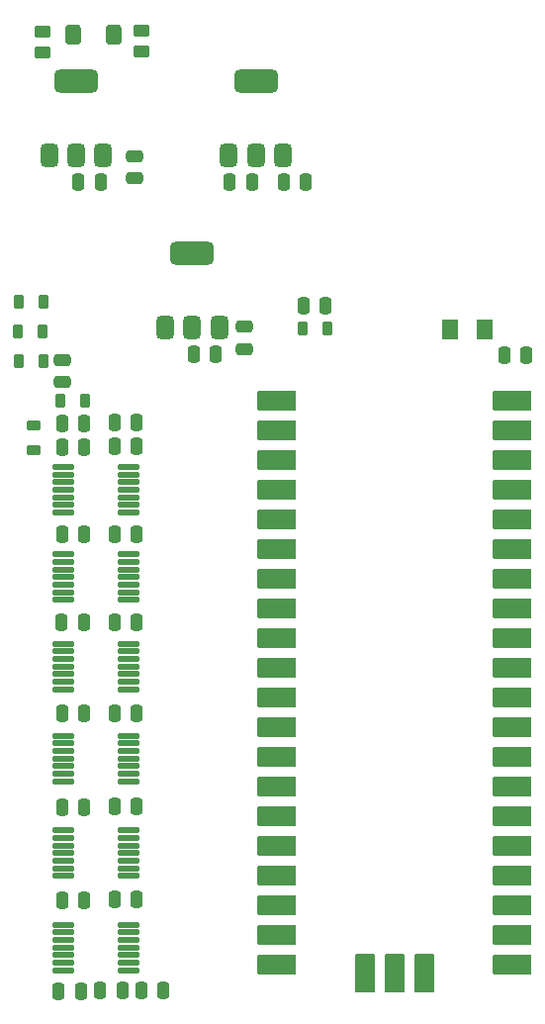
<source format=gbr>
%TF.GenerationSoftware,KiCad,Pcbnew,9.0.5*%
%TF.CreationDate,2025-10-18T12:32:36+02:00*%
%TF.ProjectId,LogicAnalyzer V6.0,4c6f6769-6341-46e6-916c-797a65722056,rev?*%
%TF.SameCoordinates,Original*%
%TF.FileFunction,Paste,Top*%
%TF.FilePolarity,Positive*%
%FSLAX46Y46*%
G04 Gerber Fmt 4.6, Leading zero omitted, Abs format (unit mm)*
G04 Created by KiCad (PCBNEW 9.0.5) date 2025-10-18 12:32:36*
%MOMM*%
%LPD*%
G01*
G04 APERTURE LIST*
G04 Aperture macros list*
%AMRoundRect*
0 Rectangle with rounded corners*
0 $1 Rounding radius*
0 $2 $3 $4 $5 $6 $7 $8 $9 X,Y pos of 4 corners*
0 Add a 4 corners polygon primitive as box body*
4,1,4,$2,$3,$4,$5,$6,$7,$8,$9,$2,$3,0*
0 Add four circle primitives for the rounded corners*
1,1,$1+$1,$2,$3*
1,1,$1+$1,$4,$5*
1,1,$1+$1,$6,$7*
1,1,$1+$1,$8,$9*
0 Add four rect primitives between the rounded corners*
20,1,$1+$1,$2,$3,$4,$5,0*
20,1,$1+$1,$4,$5,$6,$7,0*
20,1,$1+$1,$6,$7,$8,$9,0*
20,1,$1+$1,$8,$9,$2,$3,0*%
G04 Aperture macros list end*
%ADD10RoundRect,0.375000X0.375000X-0.625000X0.375000X0.625000X-0.375000X0.625000X-0.375000X-0.625000X0*%
%ADD11RoundRect,0.500000X1.400000X-0.500000X1.400000X0.500000X-1.400000X0.500000X-1.400000X-0.500000X0*%
%ADD12RoundRect,0.051000X-0.850000X0.200000X-0.850000X-0.200000X0.850000X-0.200000X0.850000X0.200000X0*%
%ADD13RoundRect,0.250001X0.462499X0.624999X-0.462499X0.624999X-0.462499X-0.624999X0.462499X-0.624999X0*%
%ADD14RoundRect,0.250000X-0.250000X-0.475000X0.250000X-0.475000X0.250000X0.475000X-0.250000X0.475000X0*%
%ADD15RoundRect,0.250000X0.250000X0.475000X-0.250000X0.475000X-0.250000X-0.475000X0.250000X-0.475000X0*%
%ADD16RoundRect,0.218750X0.218750X0.381250X-0.218750X0.381250X-0.218750X-0.381250X0.218750X-0.381250X0*%
%ADD17RoundRect,0.250000X-0.450000X0.262500X-0.450000X-0.262500X0.450000X-0.262500X0.450000X0.262500X0*%
%ADD18RoundRect,0.051000X-1.600000X0.800000X-1.600000X-0.800000X1.600000X-0.800000X1.600000X0.800000X0*%
%ADD19RoundRect,0.051000X-0.800000X-1.600000X0.800000X-1.600000X0.800000X1.600000X-0.800000X1.600000X0*%
%ADD20RoundRect,0.250000X-0.400000X-0.600000X0.400000X-0.600000X0.400000X0.600000X-0.400000X0.600000X0*%
%ADD21RoundRect,0.218750X0.381250X-0.218750X0.381250X0.218750X-0.381250X0.218750X-0.381250X-0.218750X0*%
%ADD22RoundRect,0.250000X0.475000X-0.250000X0.475000X0.250000X-0.475000X0.250000X-0.475000X-0.250000X0*%
%ADD23RoundRect,0.250000X-0.475000X0.250000X-0.475000X-0.250000X0.475000X-0.250000X0.475000X0.250000X0*%
%ADD24RoundRect,0.250000X0.450000X-0.262500X0.450000X0.262500X-0.450000X0.262500X-0.450000X-0.262500X0*%
G04 APERTURE END LIST*
D10*
%TO.C,U13*%
X130917500Y-82870000D03*
X133217500Y-82870000D03*
D11*
X133217500Y-76570000D03*
D10*
X135517500Y-82870000D03*
%TD*%
D12*
%TO.C,U5*%
X122200000Y-117847500D03*
X122200000Y-118497500D03*
X122200000Y-119147500D03*
X122200000Y-119797500D03*
X122200000Y-120447500D03*
X122200000Y-121097500D03*
X122200000Y-121747500D03*
X127800000Y-121747500D03*
X127800000Y-121097500D03*
X127800000Y-120447500D03*
X127800000Y-119797500D03*
X127800000Y-119147500D03*
X127800000Y-118497500D03*
X127800000Y-117847500D03*
%TD*%
D13*
%TO.C,F1*%
X158257500Y-83070000D03*
X155282500Y-83070000D03*
%TD*%
D14*
%TO.C,C2*%
X122040000Y-108140000D03*
X123940000Y-108140000D03*
%TD*%
D15*
%TO.C,C17*%
X144630000Y-81080000D03*
X142730000Y-81080000D03*
%TD*%
D16*
%TO.C,FB3*%
X120462500Y-80680000D03*
X118337500Y-80680000D03*
%TD*%
D15*
%TO.C,C27*%
X130760000Y-139670000D03*
X128860000Y-139670000D03*
%TD*%
%TO.C,C15*%
X142940000Y-70420000D03*
X141040000Y-70420000D03*
%TD*%
D10*
%TO.C,U11*%
X120970000Y-68150000D03*
X123270000Y-68150000D03*
D11*
X123270000Y-61850000D03*
D10*
X125570000Y-68150000D03*
%TD*%
D17*
%TO.C,R2*%
X128890000Y-57497500D03*
X128890000Y-59322500D03*
%TD*%
D18*
%TO.C,U7*%
X140425000Y-89133000D03*
X140425000Y-91673000D03*
X140425000Y-94213000D03*
X140425000Y-96753000D03*
X140425000Y-99293000D03*
X140425000Y-101833000D03*
X140425000Y-104373000D03*
X140425000Y-106913000D03*
X140425000Y-109453000D03*
X140425000Y-111993000D03*
X140425000Y-114533000D03*
X140425000Y-117073000D03*
X140425000Y-119613000D03*
X140425000Y-122153000D03*
X140425000Y-124693000D03*
X140425000Y-127233000D03*
X140425000Y-129773000D03*
X140425000Y-132313000D03*
X140425000Y-134853000D03*
X140425000Y-137393000D03*
X160600000Y-137393000D03*
X160600000Y-134853000D03*
X160600000Y-132313000D03*
X160600000Y-129773000D03*
X160600000Y-127233000D03*
X160600000Y-124693000D03*
X160600000Y-122153000D03*
X160600000Y-119613000D03*
X160600000Y-117073000D03*
X160600000Y-114533000D03*
X160600000Y-111993000D03*
X160600000Y-109453000D03*
X160600000Y-106913000D03*
X160600000Y-104373000D03*
X160600000Y-101833000D03*
X160600000Y-99293000D03*
X160600000Y-96753000D03*
X160600000Y-94213000D03*
X160600000Y-91673000D03*
X160600000Y-89133000D03*
D19*
X147973000Y-138193000D03*
X150513000Y-138193000D03*
X153053000Y-138193000D03*
%TD*%
D15*
%TO.C,C7*%
X127250000Y-139670000D03*
X125350000Y-139670000D03*
%TD*%
%TO.C,C8*%
X128450000Y-131850000D03*
X126550000Y-131850000D03*
%TD*%
D14*
%TO.C,C6*%
X122050000Y-123940000D03*
X123950000Y-123940000D03*
%TD*%
%TO.C,C3*%
X122050000Y-115890000D03*
X123950000Y-115890000D03*
%TD*%
%TO.C,C1*%
X122050000Y-100580000D03*
X123950000Y-100580000D03*
%TD*%
D15*
%TO.C,C18*%
X135250000Y-85230000D03*
X133350000Y-85230000D03*
%TD*%
D14*
%TO.C,C16*%
X136410000Y-70460000D03*
X138310000Y-70460000D03*
%TD*%
D12*
%TO.C,U1*%
X122200000Y-94837500D03*
X122200000Y-95487500D03*
X122200000Y-96137500D03*
X122200000Y-96787500D03*
X122200000Y-97437500D03*
X122200000Y-98087500D03*
X122200000Y-98737500D03*
X127800000Y-98737500D03*
X127800000Y-98087500D03*
X127800000Y-97437500D03*
X127800000Y-96787500D03*
X127800000Y-96137500D03*
X127800000Y-95487500D03*
X127800000Y-94837500D03*
%TD*%
D20*
%TO.C,D1*%
X123030000Y-57860000D03*
X126530000Y-57860000D03*
%TD*%
D12*
%TO.C,U3*%
X122200000Y-125939000D03*
X122200000Y-126589000D03*
X122200000Y-127239000D03*
X122200000Y-127889000D03*
X122200000Y-128539000D03*
X122200000Y-129189000D03*
X122200000Y-129839000D03*
X127800000Y-129839000D03*
X127800000Y-129189000D03*
X127800000Y-128539000D03*
X127800000Y-127889000D03*
X127800000Y-127239000D03*
X127800000Y-126589000D03*
X127800000Y-125939000D03*
%TD*%
D15*
%TO.C,C11*%
X128450000Y-123900000D03*
X126550000Y-123900000D03*
%TD*%
D21*
%TO.C,FB5*%
X119630000Y-93382500D03*
X119630000Y-91257500D03*
%TD*%
D16*
%TO.C,FB1*%
X120462500Y-85780000D03*
X118337500Y-85780000D03*
%TD*%
D12*
%TO.C,U6*%
X122200000Y-109977500D03*
X122200000Y-110627500D03*
X122200000Y-111277500D03*
X122200000Y-111927500D03*
X122200000Y-112577500D03*
X122200000Y-113227500D03*
X122200000Y-113877500D03*
X127800000Y-113877500D03*
X127800000Y-113227500D03*
X127800000Y-112577500D03*
X127800000Y-111927500D03*
X127800000Y-111277500D03*
X127800000Y-110627500D03*
X127800000Y-109977500D03*
%TD*%
D15*
%TO.C,C37*%
X123950000Y-91120000D03*
X122050000Y-91120000D03*
%TD*%
%TO.C,C38*%
X123670000Y-139700000D03*
X121770000Y-139700000D03*
%TD*%
D22*
%TO.C,C26*%
X122130000Y-87600000D03*
X122130000Y-85700000D03*
%TD*%
D16*
%TO.C,FB4*%
X144792500Y-83000000D03*
X142667500Y-83000000D03*
%TD*%
D14*
%TO.C,C28*%
X126550000Y-91050000D03*
X128450000Y-91050000D03*
%TD*%
D15*
%TO.C,C31*%
X123950000Y-93140000D03*
X122050000Y-93140000D03*
%TD*%
D16*
%TO.C,FB6*%
X124032500Y-89210000D03*
X121907500Y-89210000D03*
%TD*%
D15*
%TO.C,C14*%
X125370000Y-70430000D03*
X123470000Y-70430000D03*
%TD*%
D14*
%TO.C,C29*%
X159940000Y-85290000D03*
X161840000Y-85290000D03*
%TD*%
D15*
%TO.C,C12*%
X128450000Y-115890000D03*
X126550000Y-115890000D03*
%TD*%
D23*
%TO.C,C13*%
X128240000Y-68240000D03*
X128240000Y-70140000D03*
%TD*%
D12*
%TO.C,U2*%
X122200000Y-134019000D03*
X122200000Y-134669000D03*
X122200000Y-135319000D03*
X122200000Y-135969000D03*
X122200000Y-136619000D03*
X122200000Y-137269000D03*
X122200000Y-137919000D03*
X127800000Y-137919000D03*
X127800000Y-137269000D03*
X127800000Y-136619000D03*
X127800000Y-135969000D03*
X127800000Y-135319000D03*
X127800000Y-134669000D03*
X127800000Y-134019000D03*
%TD*%
D24*
%TO.C,R1*%
X120410000Y-59382500D03*
X120410000Y-57557500D03*
%TD*%
D10*
%TO.C,U12*%
X136350000Y-68150000D03*
X138650000Y-68150000D03*
D11*
X138650000Y-61850000D03*
D10*
X140950000Y-68150000D03*
%TD*%
D16*
%TO.C,FB2*%
X120432500Y-83250000D03*
X118307500Y-83250000D03*
%TD*%
D23*
%TO.C,C5*%
X137700000Y-82850000D03*
X137700000Y-84750000D03*
%TD*%
D14*
%TO.C,C4*%
X122050000Y-131960000D03*
X123950000Y-131960000D03*
%TD*%
D15*
%TO.C,C10*%
X128450000Y-108120000D03*
X126550000Y-108120000D03*
%TD*%
%TO.C,C25*%
X128450000Y-93070000D03*
X126550000Y-93070000D03*
%TD*%
%TO.C,C9*%
X128450000Y-100590000D03*
X126550000Y-100590000D03*
%TD*%
D12*
%TO.C,U4*%
X122200000Y-102317500D03*
X122200000Y-102967500D03*
X122200000Y-103617500D03*
X122200000Y-104267500D03*
X122200000Y-104917500D03*
X122200000Y-105567500D03*
X122200000Y-106217500D03*
X127800000Y-106217500D03*
X127800000Y-105567500D03*
X127800000Y-104917500D03*
X127800000Y-104267500D03*
X127800000Y-103617500D03*
X127800000Y-102967500D03*
X127800000Y-102317500D03*
%TD*%
M02*

</source>
